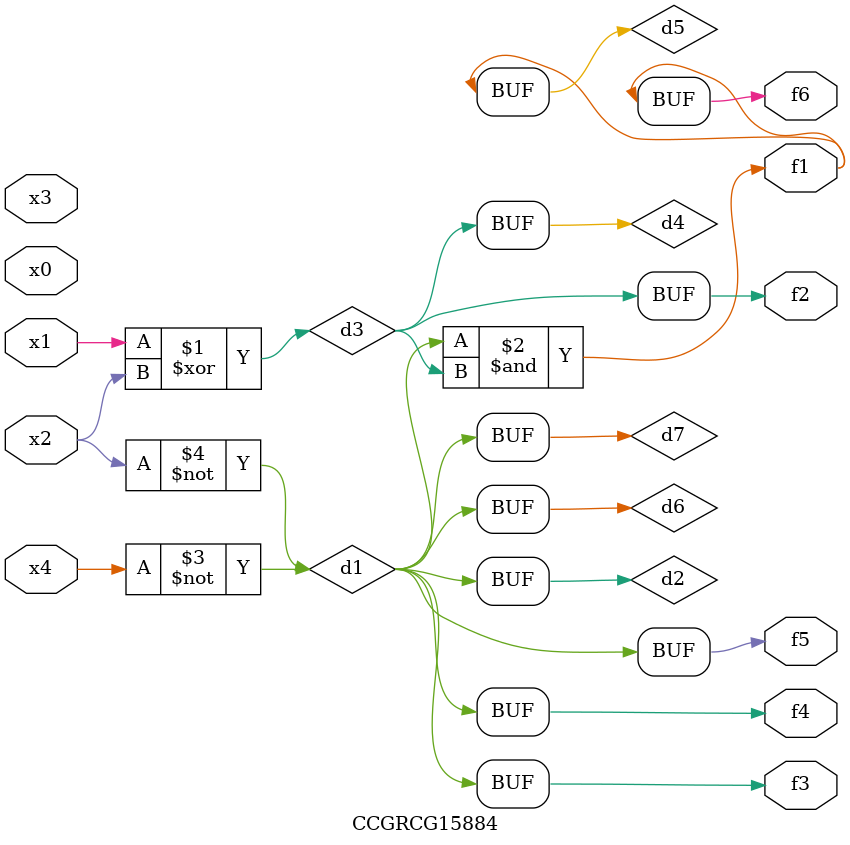
<source format=v>
module CCGRCG15884(
	input x0, x1, x2, x3, x4,
	output f1, f2, f3, f4, f5, f6
);

	wire d1, d2, d3, d4, d5, d6, d7;

	not (d1, x4);
	not (d2, x2);
	xor (d3, x1, x2);
	buf (d4, d3);
	and (d5, d1, d3);
	buf (d6, d1, d2);
	buf (d7, d2);
	assign f1 = d5;
	assign f2 = d4;
	assign f3 = d7;
	assign f4 = d7;
	assign f5 = d7;
	assign f6 = d5;
endmodule

</source>
